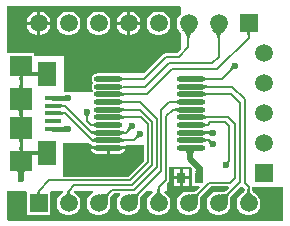
<source format=gtl>
G04*
G04 #@! TF.GenerationSoftware,Altium Limited,Altium Designer,22.4.2 (48)*
G04*
G04 Layer_Physical_Order=1*
G04 Layer_Color=255*
%FSLAX25Y25*%
%MOIN*%
G70*
G04*
G04 #@! TF.SameCoordinates,0592E0CC-BA3F-4339-BE53-95EDDC47ECB4*
G04*
G04*
G04 #@! TF.FilePolarity,Positive*
G04*
G01*
G75*
%ADD10C,0.02362*%
%ADD12C,0.00787*%
%ADD13R,0.03150X0.03740*%
%ADD14O,0.09449X0.01772*%
%ADD15R,0.07480X0.07087*%
%ADD16R,0.05315X0.01575*%
%ADD17R,0.06299X0.08268*%
%ADD18R,0.07480X0.07480*%
%ADD24C,0.01968*%
%ADD25C,0.01575*%
%ADD26C,0.01000*%
%ADD27C,0.01500*%
%ADD28R,0.05906X0.05906*%
%ADD29C,0.05906*%
%ADD30R,0.05906X0.05906*%
%ADD31C,0.02362*%
G36*
X82524Y64453D02*
X82457Y64429D01*
X82398Y64390D01*
X82346Y64335D01*
X82303Y64264D01*
X82268Y64177D01*
X82240Y64075D01*
X82221Y63957D01*
X82209Y63823D01*
X82205Y63673D01*
X81417D01*
X81413Y63823D01*
X81402Y63957D01*
X81382Y64075D01*
X81354Y64177D01*
X81319Y64264D01*
X81276Y64335D01*
X81224Y64390D01*
X81165Y64429D01*
X81098Y64453D01*
X81024Y64461D01*
X82598D01*
X82524Y64453D01*
D02*
G37*
G36*
X73560Y64972D02*
X73025Y64371D01*
X72807Y64091D01*
X72623Y63826D01*
X72472Y63573D01*
X72355Y63335D01*
X72272Y63111D01*
X72221Y62900D01*
X72205Y62704D01*
X71417D01*
X71401Y62900D01*
X71350Y63111D01*
X71267Y63335D01*
X71150Y63573D01*
X70999Y63826D01*
X70815Y64091D01*
X70597Y64371D01*
X70062Y64972D01*
X69744Y65293D01*
X73878D01*
X73560Y64972D01*
D02*
G37*
G36*
X63841Y65258D02*
X63521Y64944D01*
X62981Y64356D01*
X62762Y64081D01*
X62576Y63819D01*
X62424Y63569D01*
X62306Y63332D01*
X62222Y63108D01*
X62171Y62896D01*
X62154Y62697D01*
X61367Y62711D01*
X61350Y62905D01*
X61300Y63115D01*
X61217Y63339D01*
X61101Y63579D01*
X60952Y63833D01*
X60770Y64102D01*
X60554Y64386D01*
X60023Y65000D01*
X59708Y65329D01*
X63841Y65258D01*
D02*
G37*
G36*
X77252Y52165D02*
X77133Y52163D01*
X77018Y52152D01*
X76907Y52133D01*
X76801Y52107D01*
X76699Y52072D01*
X76601Y52029D01*
X76508Y51979D01*
X76419Y51920D01*
X76334Y51854D01*
X76254Y51780D01*
X75697Y52336D01*
X75771Y52417D01*
X75838Y52502D01*
X75896Y52591D01*
X75947Y52684D01*
X75989Y52782D01*
X76024Y52884D01*
X76051Y52990D01*
X76069Y53101D01*
X76080Y53215D01*
X76083Y53335D01*
X77252Y52165D01*
D02*
G37*
G36*
X11626Y49591D02*
X11616Y49686D01*
X11586Y49771D01*
X11536Y49845D01*
X11466Y49911D01*
X11376Y49966D01*
X11266Y50011D01*
X11136Y50046D01*
X10986Y50071D01*
X10816Y50086D01*
X10630Y50090D01*
X10444Y50086D01*
X10274Y50072D01*
X10124Y50048D01*
X9994Y50015D01*
X9884Y49973D01*
X9794Y49920D01*
X9724Y49859D01*
X9674Y49788D01*
X9644Y49708D01*
X9634Y49618D01*
X9622Y51591D01*
X9632Y51496D01*
X9663Y51411D01*
X9714Y51336D01*
X9785Y51271D01*
X9876Y51215D01*
X9987Y51170D01*
X10119Y51136D01*
X10270Y51111D01*
X10442Y51095D01*
X10630Y51091D01*
X10816Y51095D01*
X10986Y51111D01*
X11136Y51136D01*
X11266Y51170D01*
X11376Y51215D01*
X11466Y51271D01*
X11536Y51336D01*
X11586Y51411D01*
X11616Y51496D01*
X11626Y51591D01*
Y49591D01*
D02*
G37*
G36*
X6810Y49620D02*
X6725Y49590D01*
X6650Y49539D01*
X6585Y49468D01*
X6531Y49377D01*
X6486Y49266D01*
X6451Y49134D01*
X6425Y48983D01*
X6410Y48811D01*
X6406Y48618D01*
X5406D01*
X5401Y48811D01*
X5385Y48983D01*
X5361Y49134D01*
X5325Y49266D01*
X5280Y49377D01*
X5226Y49468D01*
X5161Y49539D01*
X5085Y49590D01*
X5001Y49620D01*
X4905Y49630D01*
X6905D01*
X6810Y49620D01*
D02*
G37*
G36*
X66837Y49622D02*
X66872Y49557D01*
X66932Y49499D01*
X67015Y49449D01*
X67122Y49407D01*
X67252Y49372D01*
X67407Y49346D01*
X67585Y49326D01*
X68012Y49311D01*
Y48524D01*
X67787Y48520D01*
X67407Y48489D01*
X67252Y48462D01*
X67122Y48428D01*
X67015Y48386D01*
X66932Y48336D01*
X66872Y48278D01*
X66837Y48213D01*
X66825Y48140D01*
Y49695D01*
X66837Y49622D01*
D02*
G37*
G36*
X39278D02*
X39313Y49557D01*
X39373Y49499D01*
X39456Y49449D01*
X39563Y49407D01*
X39693Y49372D01*
X39848Y49346D01*
X40026Y49326D01*
X40453Y49311D01*
Y48524D01*
X40228Y48520D01*
X39848Y48489D01*
X39693Y48462D01*
X39563Y48428D01*
X39456Y48386D01*
X39373Y48336D01*
X39313Y48278D01*
X39278Y48213D01*
X39266Y48140D01*
Y49695D01*
X39278Y49622D01*
D02*
G37*
G36*
X6410Y46662D02*
X6425Y46490D01*
X6451Y46338D01*
X6486Y46207D01*
X6531Y46095D01*
X6585Y46004D01*
X6650Y45933D01*
X6725Y45883D01*
X6810Y45852D01*
X6905Y45842D01*
X4905D01*
X5001Y45852D01*
X5085Y45883D01*
X5161Y45933D01*
X5226Y46004D01*
X5280Y46095D01*
X5325Y46207D01*
X5361Y46338D01*
X5385Y46490D01*
X5401Y46662D01*
X5406Y46854D01*
X6406D01*
X6410Y46662D01*
D02*
G37*
G36*
X66837Y47063D02*
X66872Y46997D01*
X66932Y46940D01*
X67015Y46890D01*
X67122Y46848D01*
X67252Y46813D01*
X67407Y46786D01*
X67585Y46767D01*
X68012Y46752D01*
Y45965D01*
X67787Y45961D01*
X67407Y45930D01*
X67252Y45903D01*
X67122Y45869D01*
X67015Y45826D01*
X66932Y45777D01*
X66872Y45719D01*
X66837Y45654D01*
X66825Y45581D01*
Y47136D01*
X66837Y47063D01*
D02*
G37*
G36*
X59350Y73032D02*
Y70531D01*
X58648Y69829D01*
X58128Y68927D01*
X57858Y67922D01*
Y66881D01*
X58128Y65876D01*
X58648Y64974D01*
X59350Y64272D01*
Y58691D01*
X58064Y57405D01*
X54232D01*
X53772Y57313D01*
X53381Y57052D01*
X53381Y57052D01*
X47313Y50984D01*
X31201D01*
X30906Y50689D01*
Y50565D01*
X30548Y50494D01*
X29994Y50124D01*
X29625Y49570D01*
X29495Y48917D01*
X29625Y48265D01*
X29994Y47711D01*
Y47565D01*
X29625Y47011D01*
X29495Y46358D01*
X29625Y45705D01*
X29994Y45152D01*
Y45006D01*
X29625Y44452D01*
X29612Y44390D01*
X22283D01*
X22045Y44488D01*
X21262D01*
X21024Y44390D01*
X20472D01*
X20177Y44685D01*
Y56595D01*
X20079Y56693D01*
X10433D01*
Y57480D01*
X1476D01*
Y73327D01*
X59055D01*
X59350Y73032D01*
D02*
G37*
G36*
X20810Y41693D02*
X20789Y41708D01*
X20755Y41721D01*
X20708Y41732D01*
X20650Y41742D01*
X20494Y41757D01*
X20346Y41764D01*
X19181Y41744D01*
Y43295D01*
X19196Y43290D01*
X19241Y43286D01*
X19421Y43279D01*
X20206Y43273D01*
X20708Y43307D01*
X20755Y43319D01*
X20789Y43332D01*
X20810Y43346D01*
X20810Y41693D01*
D02*
G37*
G36*
X66837Y44504D02*
X66872Y44438D01*
X66932Y44381D01*
X67015Y44331D01*
X67122Y44289D01*
X67252Y44254D01*
X67407Y44227D01*
X67585Y44208D01*
X68012Y44193D01*
Y43406D01*
X67787Y43402D01*
X67407Y43371D01*
X67252Y43344D01*
X67122Y43310D01*
X67015Y43267D01*
X66932Y43218D01*
X66872Y43160D01*
X66837Y43095D01*
X66825Y43022D01*
Y44577D01*
X66837Y44504D01*
D02*
G37*
G36*
X39278D02*
X39313Y44438D01*
X39373Y44381D01*
X39456Y44331D01*
X39563Y44289D01*
X39693Y44254D01*
X39848Y44227D01*
X40026Y44208D01*
X40453Y44193D01*
Y43406D01*
X40228Y43402D01*
X39848Y43371D01*
X39693Y43344D01*
X39563Y43310D01*
X39456Y43267D01*
X39373Y43218D01*
X39313Y43160D01*
X39278Y43095D01*
X39266Y43022D01*
Y44577D01*
X39278Y44504D01*
D02*
G37*
G36*
X58372Y40463D02*
X58360Y40536D01*
X58325Y40601D01*
X58265Y40658D01*
X58182Y40708D01*
X58075Y40751D01*
X57945Y40785D01*
X57790Y40812D01*
X57612Y40831D01*
X57185Y40846D01*
Y41634D01*
X57410Y41638D01*
X57790Y41668D01*
X57945Y41695D01*
X58075Y41730D01*
X58182Y41772D01*
X58265Y41822D01*
X58325Y41879D01*
X58360Y41945D01*
X58372Y42018D01*
Y40463D01*
D02*
G37*
G36*
X39278Y41945D02*
X39313Y41879D01*
X39373Y41822D01*
X39456Y41772D01*
X39563Y41730D01*
X39693Y41695D01*
X39848Y41668D01*
X40026Y41649D01*
X40453Y41634D01*
Y40846D01*
X40228Y40843D01*
X39848Y40812D01*
X39693Y40785D01*
X39563Y40751D01*
X39456Y40708D01*
X39373Y40658D01*
X39313Y40601D01*
X39278Y40536D01*
X39266Y40463D01*
Y42018D01*
X39278Y41945D01*
D02*
G37*
G36*
X19189Y40663D02*
X19212Y40599D01*
X19252Y40541D01*
X19307Y40492D01*
X19378Y40450D01*
X19464Y40415D01*
X19567Y40389D01*
X19685Y40370D01*
X19819Y40358D01*
X19968Y40354D01*
Y39567D01*
X19819Y39563D01*
X19685Y39552D01*
X19567Y39533D01*
X19464Y39506D01*
X19378Y39472D01*
X19307Y39430D01*
X19252Y39380D01*
X19212Y39323D01*
X19189Y39258D01*
X19181Y39185D01*
Y40736D01*
X19189Y40663D01*
D02*
G37*
G36*
X58372Y37904D02*
X58360Y37977D01*
X58325Y38042D01*
X58265Y38099D01*
X58182Y38149D01*
X58075Y38192D01*
X57945Y38226D01*
X57790Y38253D01*
X57612Y38272D01*
X57185Y38287D01*
Y39075D01*
X57410Y39079D01*
X57790Y39109D01*
X57945Y39136D01*
X58075Y39171D01*
X58182Y39213D01*
X58265Y39263D01*
X58325Y39320D01*
X58360Y39386D01*
X58372Y39459D01*
Y37904D01*
D02*
G37*
G36*
X39278Y39386D02*
X39313Y39320D01*
X39373Y39263D01*
X39456Y39213D01*
X39563Y39171D01*
X39693Y39136D01*
X39848Y39109D01*
X40026Y39090D01*
X40453Y39075D01*
Y38287D01*
X40228Y38284D01*
X39848Y38253D01*
X39693Y38226D01*
X39563Y38192D01*
X39456Y38149D01*
X39373Y38099D01*
X39313Y38042D01*
X39278Y37977D01*
X39266Y37904D01*
Y39459D01*
X39278Y39386D01*
D02*
G37*
G36*
X19189Y38105D02*
X19212Y38040D01*
X19252Y37982D01*
X19307Y37933D01*
X19378Y37891D01*
X19464Y37856D01*
X19567Y37830D01*
X19685Y37811D01*
X19819Y37799D01*
X19968Y37795D01*
Y37008D01*
X19819Y37004D01*
X19685Y36993D01*
X19567Y36974D01*
X19464Y36947D01*
X19378Y36913D01*
X19307Y36871D01*
X19252Y36821D01*
X19212Y36764D01*
X19189Y36699D01*
X19181Y36626D01*
Y38177D01*
X19189Y38105D01*
D02*
G37*
G36*
X6810Y38400D02*
X6725Y38369D01*
X6650Y38319D01*
X6585Y38248D01*
X6531Y38157D01*
X6486Y38045D01*
X6451Y37914D01*
X6425Y37762D01*
X6410Y37590D01*
X6406Y37402D01*
X6410Y37213D01*
X6425Y37041D01*
X6451Y36889D01*
X6486Y36758D01*
X6531Y36646D01*
X6585Y36555D01*
X6650Y36484D01*
X6725Y36434D01*
X6810Y36403D01*
X6905Y36393D01*
X4905D01*
X5001Y36403D01*
X5085Y36434D01*
X5161Y36484D01*
X5226Y36555D01*
X5280Y36646D01*
X5325Y36758D01*
X5361Y36889D01*
X5385Y37041D01*
X5401Y37213D01*
X5405Y37402D01*
X5401Y37590D01*
X5385Y37762D01*
X5361Y37914D01*
X5325Y38045D01*
X5280Y38157D01*
X5226Y38248D01*
X5161Y38319D01*
X5085Y38369D01*
X5001Y38400D01*
X4905Y38410D01*
X6905D01*
X6810Y38400D01*
D02*
G37*
G36*
X28697Y36964D02*
X28624Y36875D01*
X28559Y36784D01*
X28502Y36690D01*
X28455Y36593D01*
X28416Y36494D01*
X28385Y36392D01*
X28364Y36288D01*
X28351Y36181D01*
X28346Y36072D01*
X27559D01*
X27555Y36181D01*
X27542Y36288D01*
X27520Y36392D01*
X27490Y36494D01*
X27451Y36593D01*
X27403Y36690D01*
X27347Y36784D01*
X27282Y36875D01*
X27208Y36964D01*
X27126Y37050D01*
X28780D01*
X28697Y36964D01*
D02*
G37*
G36*
X66837Y36827D02*
X66872Y36761D01*
X66932Y36704D01*
X67015Y36654D01*
X67122Y36612D01*
X67252Y36577D01*
X67407Y36550D01*
X67585Y36531D01*
X68012Y36516D01*
Y35728D01*
X67787Y35724D01*
X67407Y35694D01*
X67252Y35667D01*
X67122Y35632D01*
X67015Y35590D01*
X66932Y35540D01*
X66872Y35483D01*
X66837Y35418D01*
X66825Y35345D01*
Y36900D01*
X66837Y36827D01*
D02*
G37*
G36*
X39278D02*
X39313Y36761D01*
X39373Y36704D01*
X39456Y36654D01*
X39563Y36612D01*
X39693Y36577D01*
X39848Y36550D01*
X40026Y36531D01*
X40453Y36516D01*
Y35728D01*
X40228Y35724D01*
X39848Y35694D01*
X39693Y35667D01*
X39563Y35632D01*
X39456Y35590D01*
X39373Y35540D01*
X39313Y35483D01*
X39278Y35418D01*
X39266Y35345D01*
Y36900D01*
X39278Y36827D01*
D02*
G37*
G36*
X66837Y34268D02*
X66872Y34202D01*
X66932Y34145D01*
X67015Y34095D01*
X67122Y34053D01*
X67252Y34018D01*
X67407Y33991D01*
X67585Y33972D01*
X68012Y33957D01*
Y33169D01*
X67787Y33165D01*
X67407Y33135D01*
X67252Y33108D01*
X67122Y33073D01*
X67015Y33031D01*
X66932Y32981D01*
X66872Y32924D01*
X66837Y32858D01*
X66825Y32786D01*
Y34340D01*
X66837Y34268D01*
D02*
G37*
G36*
X30813Y32786D02*
X30801Y32858D01*
X30766Y32924D01*
X30706Y32981D01*
X30623Y33031D01*
X30516Y33073D01*
X30386Y33108D01*
X30231Y33135D01*
X30053Y33154D01*
X29625Y33169D01*
Y33957D01*
X29851Y33961D01*
X30231Y33991D01*
X30386Y34018D01*
X30516Y34053D01*
X30623Y34095D01*
X30706Y34145D01*
X30766Y34202D01*
X30801Y34268D01*
X30813Y34340D01*
Y32786D01*
D02*
G37*
G36*
X42902Y31890D02*
X42783Y31887D01*
X42668Y31876D01*
X42557Y31858D01*
X42451Y31831D01*
X42349Y31796D01*
X42251Y31754D01*
X42158Y31703D01*
X42069Y31645D01*
X41984Y31578D01*
X41903Y31504D01*
X41346Y32061D01*
X41421Y32141D01*
X41487Y32226D01*
X41546Y32315D01*
X41596Y32409D01*
X41639Y32506D01*
X41673Y32608D01*
X41700Y32715D01*
X41719Y32825D01*
X41730Y32940D01*
X41732Y33059D01*
X42902Y31890D01*
D02*
G37*
G36*
X20909Y31457D02*
X20894Y31464D01*
X20866Y31471D01*
X20825Y31477D01*
X20703Y31486D01*
X20298Y31496D01*
X20163Y31496D01*
Y33071D01*
X20909Y33110D01*
Y31457D01*
D02*
G37*
G36*
X30805Y30232D02*
X30793Y30304D01*
X30758Y30368D01*
X30699Y30425D01*
X30617Y30474D01*
X30510Y30516D01*
X30381Y30550D01*
X30227Y30576D01*
X30050Y30595D01*
X29625Y30610D01*
Y31398D01*
X29850Y31401D01*
X30227Y31432D01*
X30381Y31458D01*
X30510Y31492D01*
X30617Y31534D01*
X30699Y31583D01*
X30758Y31640D01*
X30793Y31704D01*
X30805Y31776D01*
Y30232D01*
D02*
G37*
G36*
X66837Y31708D02*
X66872Y31643D01*
X66932Y31586D01*
X67015Y31536D01*
X67122Y31494D01*
X67252Y31459D01*
X67407Y31432D01*
X67585Y31413D01*
X68012Y31398D01*
Y30610D01*
X67787Y30606D01*
X67407Y30576D01*
X67252Y30549D01*
X67122Y30514D01*
X67015Y30472D01*
X66932Y30422D01*
X66872Y30365D01*
X66837Y30299D01*
X66825Y30226D01*
Y31781D01*
X66837Y31708D01*
D02*
G37*
G36*
X39278D02*
X39313Y31643D01*
X39373Y31586D01*
X39456Y31536D01*
X39563Y31494D01*
X39693Y31459D01*
X39848Y31432D01*
X40026Y31413D01*
X40453Y31398D01*
Y30610D01*
X40228Y30606D01*
X39848Y30576D01*
X39693Y30549D01*
X39563Y30514D01*
X39456Y30472D01*
X39373Y30422D01*
X39313Y30365D01*
X39278Y30299D01*
X39266Y30226D01*
Y31781D01*
X39278Y31708D01*
D02*
G37*
G36*
X69038Y30177D02*
X68952Y30259D01*
X68863Y30333D01*
X68772Y30398D01*
X68678Y30454D01*
X68581Y30502D01*
X68482Y30541D01*
X68381Y30571D01*
X68276Y30593D01*
X68169Y30606D01*
X68060Y30610D01*
X68060Y31398D01*
X68169Y31402D01*
X68276Y31415D01*
X68380Y31437D01*
X68482Y31467D01*
X68581Y31506D01*
X68678Y31554D01*
X68772Y31610D01*
X68863Y31675D01*
X68952Y31748D01*
X69038Y31831D01*
X69038Y30177D01*
D02*
G37*
G36*
X45658Y29429D02*
X45538Y29426D01*
X45423Y29416D01*
X45313Y29397D01*
X45207Y29370D01*
X45105Y29336D01*
X45007Y29293D01*
X44914Y29243D01*
X44824Y29184D01*
X44740Y29118D01*
X44659Y29043D01*
X44102Y29600D01*
X44177Y29681D01*
X44243Y29765D01*
X44302Y29855D01*
X44352Y29948D01*
X44395Y30046D01*
X44429Y30148D01*
X44456Y30254D01*
X44475Y30364D01*
X44486Y30479D01*
X44488Y30598D01*
X45658Y29429D01*
D02*
G37*
G36*
X6810Y28951D02*
X6725Y28921D01*
X6650Y28870D01*
X6585Y28799D01*
X6531Y28708D01*
X6486Y28597D01*
X6451Y28465D01*
X6425Y28313D01*
X6410Y28141D01*
X6406Y27949D01*
X5406D01*
X5401Y28141D01*
X5385Y28313D01*
X5361Y28465D01*
X5325Y28597D01*
X5280Y28708D01*
X5226Y28799D01*
X5161Y28870D01*
X5085Y28921D01*
X5001Y28951D01*
X4905Y28961D01*
X6905D01*
X6810Y28951D01*
D02*
G37*
G36*
X30759Y27704D02*
X30747Y27770D01*
X30713Y27829D01*
X30656Y27881D01*
X30577Y27926D01*
X30475Y27964D01*
X30351Y27996D01*
X30203Y28020D01*
X30033Y28037D01*
X29625Y28051D01*
Y28839D01*
X29841Y28842D01*
X30203Y28870D01*
X30351Y28894D01*
X30475Y28925D01*
X30577Y28964D01*
X30656Y29009D01*
X30713Y29061D01*
X30747Y29120D01*
X30759Y29186D01*
Y27704D01*
D02*
G37*
G36*
X66837Y29149D02*
X66872Y29084D01*
X66932Y29027D01*
X67015Y28977D01*
X67122Y28934D01*
X67252Y28900D01*
X67407Y28873D01*
X67585Y28854D01*
X68012Y28839D01*
Y28051D01*
X67787Y28047D01*
X67407Y28017D01*
X67252Y27990D01*
X67122Y27955D01*
X67015Y27913D01*
X66932Y27863D01*
X66872Y27806D01*
X66837Y27740D01*
X66825Y27667D01*
Y29222D01*
X66837Y29149D01*
D02*
G37*
G36*
X39278D02*
X39313Y29084D01*
X39373Y29027D01*
X39456Y28977D01*
X39563Y28934D01*
X39693Y28900D01*
X39848Y28873D01*
X40026Y28854D01*
X40453Y28839D01*
Y28051D01*
X40228Y28047D01*
X39848Y28017D01*
X39693Y27990D01*
X39563Y27955D01*
X39456Y27913D01*
X39373Y27863D01*
X39313Y27806D01*
X39278Y27740D01*
X39266Y27667D01*
Y29222D01*
X39278Y29149D01*
D02*
G37*
G36*
X68977Y28618D02*
X69063Y28552D01*
X69152Y28495D01*
X69245Y28447D01*
X69343Y28407D01*
X69444Y28377D01*
X69549Y28355D01*
X69658Y28342D01*
X69771Y28338D01*
X69889Y28343D01*
X68801Y27097D01*
X68791Y27218D01*
X68773Y27333D01*
X68748Y27445D01*
X68717Y27551D01*
X68678Y27654D01*
X68632Y27751D01*
X68580Y27844D01*
X68520Y27933D01*
X68453Y28017D01*
X68379Y28097D01*
X68896Y28694D01*
X68977Y28618D01*
D02*
G37*
G36*
X6410Y25993D02*
X6425Y25820D01*
X6451Y25669D01*
X6486Y25537D01*
X6531Y25426D01*
X6585Y25335D01*
X6650Y25264D01*
X6725Y25213D01*
X6810Y25183D01*
X6905Y25173D01*
X4905D01*
X5001Y25183D01*
X5085Y25213D01*
X5161Y25264D01*
X5226Y25335D01*
X5280Y25426D01*
X5325Y25537D01*
X5361Y25669D01*
X5385Y25820D01*
X5401Y25993D01*
X5406Y26185D01*
X6406D01*
X6410Y25993D01*
D02*
G37*
G36*
X11626Y23213D02*
X11616Y23308D01*
X11586Y23393D01*
X11536Y23468D01*
X11466Y23533D01*
X11376Y23588D01*
X11266Y23633D01*
X11136Y23668D01*
X10986Y23693D01*
X10816Y23708D01*
X10630Y23712D01*
X10442Y23708D01*
X10270Y23693D01*
X10119Y23668D01*
X9987Y23633D01*
X9876Y23588D01*
X9785Y23533D01*
X9714Y23468D01*
X9663Y23393D01*
X9632Y23308D01*
X9622Y23213D01*
X9634Y25185D01*
X9644Y25095D01*
X9674Y25015D01*
X9724Y24944D01*
X9794Y24883D01*
X9884Y24831D01*
X9994Y24788D01*
X10124Y24755D01*
X10274Y24732D01*
X10444Y24717D01*
X10630Y24713D01*
X10816Y24718D01*
X10986Y24733D01*
X11136Y24758D01*
X11266Y24793D01*
X11376Y24838D01*
X11466Y24893D01*
X11536Y24958D01*
X11586Y25033D01*
X11616Y25118D01*
X11626Y25213D01*
Y23213D01*
D02*
G37*
G36*
X64085Y24987D02*
X63917Y24928D01*
X63770Y24829D01*
X63642Y24690D01*
X63534Y24512D01*
X63445Y24294D01*
X63376Y24036D01*
X63327Y23739D01*
X63297Y23403D01*
X63287Y23026D01*
X61319D01*
X61309Y23403D01*
X61279Y23739D01*
X61230Y24036D01*
X61161Y24294D01*
X61073Y24512D01*
X60965Y24690D01*
X60837Y24829D01*
X60689Y24928D01*
X60522Y24987D01*
X60335Y25007D01*
X64272D01*
X64085Y24987D01*
D02*
G37*
G36*
X6438Y22905D02*
X7096Y23551D01*
X7803Y22844D01*
X6693Y21653D01*
X6136Y22210D01*
X5348D01*
X5359Y22237D01*
X5369Y22293D01*
X5378Y22380D01*
X5396Y22823D01*
X5406Y23837D01*
X6406D01*
X6438Y22905D01*
D02*
G37*
G36*
X75564Y21344D02*
X75510Y21289D01*
X75388Y21149D01*
X75361Y21110D01*
X75341Y21075D01*
X75327Y21045D01*
X75320Y21019D01*
X75320Y20996D01*
X75326Y20978D01*
X74554Y21530D01*
X74570Y21531D01*
X74594Y21540D01*
X74623Y21557D01*
X74659Y21583D01*
X74701Y21616D01*
X74865Y21763D01*
X75007Y21901D01*
X75564Y21344D01*
D02*
G37*
G36*
X66539Y19006D02*
X66585Y18331D01*
X66612Y18166D01*
X66646Y18031D01*
X66686Y17926D01*
X66732Y17851D01*
X66784Y17806D01*
X66843Y17791D01*
X63866D01*
X63924Y17806D01*
X63977Y17851D01*
X64023Y17926D01*
X64063Y18031D01*
X64096Y18166D01*
X64124Y18331D01*
X64146Y18526D01*
X64170Y19006D01*
X64173Y19291D01*
X66535D01*
X66539Y19006D01*
D02*
G37*
G36*
X7331Y18118D02*
X7197Y18071D01*
X7079Y17991D01*
X6976Y17880D01*
X6890Y17738D01*
X6819Y17563D01*
X6764Y17357D01*
X6724Y17119D01*
X6709Y16939D01*
X6732Y16493D01*
X5079D01*
X5086Y16508D01*
X5093Y16535D01*
X5099Y16576D01*
X5108Y16699D01*
X5111Y16818D01*
X5110Y16849D01*
X5087Y17119D01*
X5047Y17357D01*
X4992Y17563D01*
X4921Y17738D01*
X4835Y17880D01*
X4732Y17991D01*
X4614Y18071D01*
X4480Y18118D01*
X4331Y18134D01*
X7480D01*
X7331Y18118D01*
D02*
G37*
G36*
X29098Y27332D02*
X29274Y27297D01*
X29518Y26761D01*
X29424Y26622D01*
X29377Y26386D01*
X35039D01*
X40715D01*
X41044Y26870D01*
X47024D01*
Y21562D01*
X41824Y16362D01*
X19882D01*
Y27559D01*
X28759D01*
X29098Y27332D01*
D02*
G37*
G36*
X12209Y10978D02*
X12220Y10842D01*
X12240Y10722D01*
X12268Y10618D01*
X12303Y10530D01*
X12347Y10458D01*
X12398Y10402D01*
X12457Y10362D01*
X12524Y10338D01*
X12598Y10330D01*
X11024D01*
X11098Y10338D01*
X11165Y10362D01*
X11224Y10402D01*
X11276Y10458D01*
X11319Y10530D01*
X11354Y10618D01*
X11382Y10722D01*
X11402Y10842D01*
X11413Y10978D01*
X11417Y11130D01*
X12205D01*
X12209Y10978D01*
D02*
G37*
G36*
X22216Y11466D02*
X22251Y11266D01*
X22308Y11074D01*
X22388Y10888D01*
X22491Y10709D01*
X22617Y10537D01*
X22766Y10373D01*
X22938Y10215D01*
X23132Y10065D01*
X23350Y9922D01*
X20272D01*
X20490Y10065D01*
X20685Y10215D01*
X20856Y10373D01*
X21005Y10537D01*
X21131Y10709D01*
X21234Y10888D01*
X21314Y11074D01*
X21372Y11266D01*
X21406Y11466D01*
X21417Y11673D01*
X22205D01*
X22216Y11466D01*
D02*
G37*
G36*
X82222Y11903D02*
X82272Y11692D01*
X82355Y11468D01*
X82472Y11230D01*
X82623Y10978D01*
X82807Y10712D01*
X83025Y10432D01*
X83560Y9831D01*
X83878Y9510D01*
X79744D01*
X80062Y9831D01*
X80597Y10432D01*
X80815Y10712D01*
X80999Y10978D01*
X81150Y11230D01*
X81267Y11468D01*
X81350Y11692D01*
X81401Y11903D01*
X81417Y12100D01*
X82205D01*
X82222Y11903D01*
D02*
G37*
G36*
X52222D02*
X52272Y11692D01*
X52355Y11468D01*
X52472Y11230D01*
X52623Y10978D01*
X52807Y10712D01*
X53025Y10432D01*
X53560Y9831D01*
X53878Y9510D01*
X49744D01*
X50062Y9831D01*
X50597Y10432D01*
X50815Y10712D01*
X50999Y10978D01*
X51150Y11230D01*
X51267Y11468D01*
X51350Y11692D01*
X51401Y11903D01*
X51417Y12100D01*
X52205D01*
X52222Y11903D01*
D02*
G37*
G36*
X75411Y10445D02*
X75284Y10294D01*
X75171Y10110D01*
X75071Y9892D01*
X74986Y9641D01*
X74914Y9356D01*
X74856Y9038D01*
X74812Y8686D01*
X74766Y7883D01*
X74764Y7431D01*
X71841Y10354D01*
X72292Y10356D01*
X73096Y10403D01*
X73447Y10447D01*
X73765Y10504D01*
X74050Y10576D01*
X74301Y10662D01*
X74519Y10761D01*
X74704Y10875D01*
X74855Y11002D01*
X75411Y10445D01*
D02*
G37*
G36*
X65411D02*
X65284Y10294D01*
X65171Y10110D01*
X65071Y9892D01*
X64986Y9641D01*
X64914Y9356D01*
X64856Y9038D01*
X64812Y8686D01*
X64766Y7883D01*
X64764Y7431D01*
X61840Y10354D01*
X62292Y10356D01*
X63096Y10403D01*
X63447Y10447D01*
X63766Y10504D01*
X64050Y10576D01*
X64302Y10662D01*
X64519Y10761D01*
X64704Y10875D01*
X64855Y11002D01*
X65411Y10445D01*
D02*
G37*
G36*
X45411D02*
X45284Y10294D01*
X45171Y10110D01*
X45071Y9892D01*
X44986Y9641D01*
X44914Y9356D01*
X44856Y9038D01*
X44812Y8686D01*
X44766Y7883D01*
X44764Y7431D01*
X41841Y10354D01*
X42292Y10356D01*
X43096Y10403D01*
X43447Y10447D01*
X43766Y10504D01*
X44050Y10576D01*
X44302Y10662D01*
X44519Y10761D01*
X44704Y10875D01*
X44855Y11002D01*
X45411Y10445D01*
D02*
G37*
G36*
X35411D02*
X35284Y10294D01*
X35171Y10110D01*
X35071Y9892D01*
X34986Y9641D01*
X34914Y9356D01*
X34856Y9038D01*
X34812Y8686D01*
X34766Y7883D01*
X34764Y7431D01*
X31841Y10354D01*
X32292Y10356D01*
X33096Y10403D01*
X33447Y10447D01*
X33766Y10504D01*
X34050Y10576D01*
X34301Y10662D01*
X34519Y10761D01*
X34704Y10875D01*
X34855Y11002D01*
X35411Y10445D01*
D02*
G37*
G36*
X62990Y19101D02*
X62992Y18602D01*
X62992D01*
Y13287D01*
X65341D01*
X65532Y12825D01*
X64241Y11535D01*
X64232Y11527D01*
X64141Y11471D01*
X64004Y11409D01*
X63822Y11347D01*
X63595Y11289D01*
X63326Y11240D01*
X63023Y11203D01*
X62920Y11197D01*
X62331Y11354D01*
X61291D01*
X60285Y11085D01*
X59384Y10565D01*
X58648Y9829D01*
X58128Y8927D01*
X58071Y8715D01*
D01*
X58016Y8510D01*
X57858Y7922D01*
Y6881D01*
X58128Y5876D01*
X58648Y4975D01*
X59384Y4239D01*
X60285Y3718D01*
X61291Y3449D01*
X62331D01*
X63337Y3718D01*
X64238Y4239D01*
X64974Y4975D01*
X65494Y5876D01*
X65764Y6881D01*
Y7922D01*
X65606Y8510D01*
X65612Y8613D01*
X65650Y8916D01*
X65699Y9186D01*
X65756Y9413D01*
X65818Y9595D01*
X65880Y9731D01*
X65937Y9823D01*
X65944Y9832D01*
X69180Y13067D01*
X75067D01*
X75274Y12567D01*
X74242Y11535D01*
X74232Y11527D01*
X74141Y11471D01*
X74004Y11409D01*
X73822Y11347D01*
X73595Y11289D01*
X73326Y11240D01*
X73023Y11203D01*
X72920Y11197D01*
X72331Y11354D01*
X71291D01*
X70285Y11085D01*
X69384Y10565D01*
X68648Y9829D01*
X68128Y8927D01*
X67858Y7922D01*
Y6881D01*
X68128Y5876D01*
X68648Y4975D01*
X69384Y4239D01*
X70285Y3718D01*
X71291Y3449D01*
X72331D01*
X73337Y3718D01*
X74238Y4239D01*
X74974Y4975D01*
X75494Y5876D01*
X75764Y6881D01*
Y7922D01*
X75606Y8510D01*
X75612Y8613D01*
X75650Y8916D01*
X75699Y9186D01*
X75756Y9413D01*
X75818Y9595D01*
X75880Y9731D01*
X75937Y9823D01*
X75945Y9832D01*
X76987Y10875D01*
X79113Y13000D01*
D01*
X79131Y12992D01*
X79891D01*
X80607Y12277D01*
Y12043D01*
X80606Y12031D01*
X80581Y11926D01*
X80528Y11786D01*
X80444Y11613D01*
X80324Y11413D01*
X80168Y11187D01*
X79980Y10946D01*
X79912Y10869D01*
X79384Y10565D01*
X78648Y9829D01*
X78128Y8927D01*
X77858Y7922D01*
Y6881D01*
X78128Y5876D01*
X78648Y4975D01*
X79384Y4239D01*
X80285Y3718D01*
X81291Y3449D01*
X82331D01*
X83337Y3718D01*
X84238Y4239D01*
X84974Y4975D01*
X85494Y5876D01*
X85764Y6881D01*
Y7922D01*
X85494Y8927D01*
X85069Y9664D01*
X84974Y9829D01*
X84238Y10565D01*
X83711Y10869D01*
X83642Y10946D01*
X83454Y11187D01*
X83298Y11412D01*
X83178Y11613D01*
X83094Y11786D01*
X83041Y11926D01*
X83016Y12031D01*
X83015Y12043D01*
Y12776D01*
X83193Y12992D01*
X93284D01*
Y1847D01*
X93110Y1673D01*
X56496D01*
X1657Y1673D01*
X1280Y2051D01*
Y11417D01*
X7384D01*
X7858Y11354D01*
Y3449D01*
X15764D01*
Y11354D01*
X16238Y11417D01*
X19861D01*
X19995Y10917D01*
X19384Y10565D01*
X18648Y9829D01*
X18128Y8927D01*
X17858Y7922D01*
Y6881D01*
X18128Y5876D01*
X18648Y4975D01*
X19384Y4239D01*
X20285Y3718D01*
X21291Y3449D01*
X22331D01*
X23337Y3718D01*
X24238Y4239D01*
X24974Y4975D01*
X25494Y5876D01*
X25764Y6881D01*
Y7922D01*
X25494Y8927D01*
X24974Y9829D01*
X24238Y10565D01*
X23627Y10917D01*
X23761Y11417D01*
X29861D01*
X29995Y10917D01*
X29384Y10565D01*
X28648Y9829D01*
X28128Y8927D01*
X27858Y7922D01*
Y6881D01*
X28128Y5876D01*
X28648Y4975D01*
X29384Y4239D01*
X30285Y3718D01*
X31291Y3449D01*
X32331D01*
X33337Y3718D01*
X34238Y4239D01*
X34974Y4975D01*
X35494Y5876D01*
X35764Y6881D01*
Y7922D01*
X35606Y8510D01*
X35612Y8613D01*
X35650Y8916D01*
X35699Y9186D01*
X35756Y9413D01*
X35818Y9595D01*
X35880Y9731D01*
X35937Y9823D01*
X35945Y9832D01*
X36916Y10804D01*
X38916D01*
X39123Y10304D01*
X38648Y9829D01*
X38128Y8927D01*
X37858Y7922D01*
Y6881D01*
X38128Y5876D01*
X38648Y4975D01*
X39384Y4239D01*
X40285Y3718D01*
X41291Y3449D01*
X42331D01*
X43337Y3718D01*
X44238Y4239D01*
X44974Y4975D01*
X45494Y5876D01*
X45764Y6881D01*
Y7922D01*
X45606Y8510D01*
X45612Y8613D01*
X45650Y8916D01*
X45699Y9186D01*
X45756Y9413D01*
X45818Y9595D01*
X45880Y9731D01*
X45937Y9823D01*
X45944Y9832D01*
X47530Y11417D01*
X49713D01*
X49943Y11012D01*
X49954Y10917D01*
X49911Y10869D01*
X49384Y10565D01*
X48648Y9829D01*
X48128Y8927D01*
X47858Y7922D01*
Y6881D01*
X48128Y5876D01*
X48648Y4975D01*
X49384Y4239D01*
X50285Y3718D01*
X51291Y3449D01*
X52331D01*
X53337Y3718D01*
X54238Y4239D01*
X54528Y4528D01*
X54974Y4975D01*
X55494Y5876D01*
X55764Y6881D01*
Y7922D01*
X55494Y8927D01*
X54974Y9829D01*
X54528Y10275D01*
X54238Y10565D01*
X53711Y10869D01*
X53668Y10917D01*
X53679Y11012D01*
X53909Y11417D01*
X54528D01*
Y13907D01*
X55084Y14463D01*
X55345Y14854D01*
X55436Y15315D01*
X55436Y15315D01*
Y19685D01*
X62406D01*
X62990Y19101D01*
D02*
G37*
%LPC*%
G36*
X42331Y71354D02*
X42311D01*
Y67902D01*
X45764D01*
Y67922D01*
X45494Y68927D01*
X44974Y69829D01*
X44238Y70565D01*
X43337Y71085D01*
X42331Y71354D01*
D02*
G37*
G36*
X12331D02*
X12311D01*
Y67902D01*
X15764D01*
Y67922D01*
X15494Y68927D01*
X14974Y69829D01*
X14238Y70565D01*
X13337Y71085D01*
X12331Y71354D01*
D02*
G37*
G36*
X41311D02*
X41291D01*
X40285Y71085D01*
X39384Y70565D01*
X38648Y69829D01*
X38128Y68927D01*
X37858Y67922D01*
Y67902D01*
X41311D01*
Y71354D01*
D02*
G37*
G36*
X11311D02*
X11291D01*
X10285Y71085D01*
X9384Y70565D01*
X8648Y69829D01*
X8128Y68927D01*
X7858Y67922D01*
Y67902D01*
X11311D01*
Y71354D01*
D02*
G37*
G36*
X52331D02*
X51291D01*
X50285Y71085D01*
X49384Y70565D01*
X48648Y69829D01*
X48128Y68927D01*
X47858Y67922D01*
Y66881D01*
X48128Y65876D01*
X48648Y64974D01*
X49384Y64239D01*
X50285Y63718D01*
X51291Y63449D01*
X52331D01*
X53337Y63718D01*
X54238Y64239D01*
X54974Y64974D01*
X55494Y65876D01*
X55764Y66881D01*
Y67922D01*
X55494Y68927D01*
X54974Y69829D01*
X54238Y70565D01*
X53337Y71085D01*
X52331Y71354D01*
D02*
G37*
G36*
X45764Y66902D02*
X42311D01*
Y63449D01*
X42331D01*
X43337Y63718D01*
X44238Y64239D01*
X44974Y64974D01*
X45494Y65876D01*
X45764Y66881D01*
Y66902D01*
D02*
G37*
G36*
X41311D02*
X37858D01*
Y66881D01*
X38128Y65876D01*
X38648Y64974D01*
X39384Y64239D01*
X40285Y63718D01*
X41291Y63449D01*
X41311D01*
Y66902D01*
D02*
G37*
G36*
X32331Y71354D02*
X31291D01*
X30285Y71085D01*
X29384Y70565D01*
X28648Y69829D01*
X28128Y68927D01*
X27858Y67922D01*
Y66881D01*
X28128Y65876D01*
X28648Y64974D01*
X29384Y64239D01*
X30285Y63718D01*
X31291Y63449D01*
X32331D01*
X33337Y63718D01*
X34238Y64239D01*
X34974Y64974D01*
X35494Y65876D01*
X35764Y66881D01*
Y67922D01*
X35494Y68927D01*
X34974Y69829D01*
X34238Y70565D01*
X33337Y71085D01*
X32331Y71354D01*
D02*
G37*
G36*
X22331D02*
X21291D01*
X20285Y71085D01*
X19384Y70565D01*
X18648Y69829D01*
X18128Y68927D01*
X17858Y67922D01*
Y66881D01*
X18128Y65876D01*
X18648Y64974D01*
X19384Y64239D01*
X20285Y63718D01*
X21291Y63449D01*
X22331D01*
X23337Y63718D01*
X24238Y64239D01*
X24974Y64974D01*
X25494Y65876D01*
X25764Y66881D01*
Y67922D01*
X25494Y68927D01*
X24974Y69829D01*
X24238Y70565D01*
X23337Y71085D01*
X22331Y71354D01*
D02*
G37*
G36*
X15764Y66902D02*
X12311D01*
Y63449D01*
X12331D01*
X13337Y63718D01*
X14238Y64239D01*
X14974Y64974D01*
X15494Y65876D01*
X15764Y66881D01*
Y66902D01*
D02*
G37*
G36*
X11311D02*
X7858D01*
Y66881D01*
X8128Y65876D01*
X8648Y64974D01*
X9384Y64239D01*
X10285Y63718D01*
X11291Y63449D01*
X11311D01*
Y66902D01*
D02*
G37*
G36*
X40701Y25386D02*
X35539D01*
Y23963D01*
X38878D01*
X39614Y24109D01*
X40238Y24526D01*
X40654Y25150D01*
X40701Y25386D01*
D02*
G37*
G36*
X34539D02*
X29377D01*
X29424Y25150D01*
X29841Y24526D01*
X30465Y24109D01*
X31201Y23963D01*
X34539D01*
Y25386D01*
D02*
G37*
G36*
X62024Y18815D02*
X59949D01*
Y16445D01*
X62024D01*
Y18815D01*
D02*
G37*
G36*
X58949D02*
X56874D01*
Y16445D01*
X58949D01*
Y18815D01*
D02*
G37*
G36*
X62024Y15445D02*
X59949D01*
Y13075D01*
X62024D01*
Y15445D01*
D02*
G37*
G36*
X58949D02*
X56874D01*
Y13075D01*
X58949D01*
Y15445D01*
D02*
G37*
%LPD*%
D10*
X65354Y15945D02*
Y19291D01*
D12*
X46949Y48917D02*
X54232Y56201D01*
X58563D01*
X61760Y59398D01*
X69685Y54134D02*
X71811Y56260D01*
X55216Y54134D02*
X69685D01*
X47343Y46260D02*
X55216Y54134D01*
X56398Y52067D02*
X71358D01*
X48130Y43799D02*
X56398Y52067D01*
X38976Y43799D02*
X48130D01*
X71358Y52067D02*
X81811Y62520D01*
X72835Y48917D02*
X77264Y53347D01*
X62598Y48917D02*
X72835D01*
X74311Y20374D02*
Y20649D01*
X75285Y21623D02*
Y27467D01*
X74311Y20649D02*
X75285Y21623D01*
Y27467D02*
X75295Y27477D01*
Y33169D01*
X74016Y34449D02*
X75295Y33169D01*
X69095Y34449D02*
X74016D01*
X68209Y33563D02*
X69095Y34449D01*
X62598Y33563D02*
X68209D01*
X68588Y28445D02*
X69867Y27165D01*
X62598Y28445D02*
X68588D01*
X69867Y27165D02*
X69980D01*
X40846Y31004D02*
X42913Y33071D01*
X29528Y31004D02*
X40846D01*
X27953Y34843D02*
Y37894D01*
Y34843D02*
X29232Y33563D01*
X35039D01*
X81811Y7402D02*
Y12776D01*
X80512Y14075D02*
Y42224D01*
Y14075D02*
X81811Y12776D01*
X76378Y46358D02*
X80512Y42224D01*
X78937Y14528D02*
Y40748D01*
X75886Y43799D02*
X78937Y40748D01*
X71811Y7402D02*
X78937Y14528D01*
X74902Y36122D02*
X77264Y33760D01*
X75768Y14272D02*
X77264Y15768D01*
Y33760D01*
X51811Y12894D02*
X54232Y15315D01*
Y36417D01*
X56496Y38681D01*
X62598D01*
X41811Y7402D02*
X52756Y18347D01*
Y38681D02*
X55315Y41240D01*
X52756Y18347D02*
Y38681D01*
X51279Y19587D02*
Y35531D01*
X43701Y12008D02*
X51279Y19587D01*
X36417Y12008D02*
X43701D01*
X55315Y41240D02*
X62598D01*
X45571D02*
X51279Y35531D01*
X38976Y41240D02*
X45571D01*
X42815Y13386D02*
X49803Y20374D01*
X45768Y38681D02*
X49803Y34646D01*
Y20374D02*
Y34646D01*
X38976Y38681D02*
X45768D01*
X45965Y36122D02*
X48228Y33858D01*
Y21063D02*
Y33858D01*
X42323Y15157D02*
X48228Y21063D01*
X43504Y28445D02*
X45669Y30610D01*
X38976Y36122D02*
X45965D01*
X35039Y28445D02*
X43504D01*
X62598Y36122D02*
X74902D01*
X66535Y46358D02*
X76378D01*
X62598Y31004D02*
X69882D01*
X39961Y46260D02*
X47343D01*
X61760Y59398D02*
Y67351D01*
X38976Y48917D02*
X46949D01*
X61760Y67351D02*
X61811Y67402D01*
X29559Y28445D02*
X35039D01*
X66535Y43799D02*
X75886D01*
X68681Y14272D02*
X75768D01*
X61811Y7402D02*
X68681Y14272D01*
X81811Y62520D02*
Y67402D01*
X71811Y56260D02*
Y67402D01*
X23524Y13386D02*
X42815D01*
X51811Y7402D02*
Y12894D01*
X31811Y7402D02*
X36417Y12008D01*
X21811Y11673D02*
X23524Y13386D01*
X21811Y7402D02*
Y11673D01*
X11811Y11614D02*
X15354Y15157D01*
X11811Y7402D02*
Y11614D01*
X20571Y39961D02*
X29528Y31004D01*
X20602Y37402D02*
X29559Y28445D01*
X16535Y39961D02*
X20571D01*
X15354Y15157D02*
X42323D01*
X16535Y37402D02*
X20602D01*
D13*
X65354Y15945D02*
D03*
X59449D02*
D03*
D14*
X35039Y48917D02*
D03*
Y46358D02*
D03*
Y43799D02*
D03*
Y41240D02*
D03*
Y38681D02*
D03*
Y36122D02*
D03*
Y33563D02*
D03*
Y31004D02*
D03*
Y28445D02*
D03*
Y25886D02*
D03*
X62598Y48917D02*
D03*
Y46358D02*
D03*
Y43799D02*
D03*
Y41240D02*
D03*
Y38681D02*
D03*
Y36122D02*
D03*
Y33563D02*
D03*
Y31004D02*
D03*
Y28445D02*
D03*
Y25886D02*
D03*
D15*
X5906Y21654D02*
D03*
Y53150D02*
D03*
D16*
X16535Y39961D02*
D03*
Y32283D02*
D03*
Y34843D02*
D03*
Y37402D02*
D03*
Y42520D02*
D03*
D17*
X14764Y24213D02*
D03*
Y50591D02*
D03*
D18*
X5906Y42126D02*
D03*
Y32677D02*
D03*
D24*
X62303Y22343D02*
X65354Y19291D01*
X62303Y22343D02*
Y25795D01*
D25*
X62394Y25886D01*
X62598D01*
X5906Y15650D02*
Y21654D01*
X16535Y32283D02*
X21752D01*
D26*
X14764Y23228D02*
Y24213D01*
X8465D02*
X14764D01*
X5906Y21654D02*
X8465Y24213D01*
X5906Y53150D02*
X8465Y50591D01*
X14764D01*
X5906Y42126D02*
Y53150D01*
Y32677D02*
Y42126D01*
Y21654D02*
Y32677D01*
D27*
X21654Y42520D02*
X21654Y42520D01*
X16535Y42520D02*
X21654D01*
D28*
X87087Y17559D02*
D03*
D29*
Y27559D02*
D03*
Y37559D02*
D03*
Y47559D02*
D03*
Y57559D02*
D03*
X21811Y7402D02*
D03*
X31811D02*
D03*
X41811D02*
D03*
X51811D02*
D03*
X61811D02*
D03*
X71811D02*
D03*
X81811D02*
D03*
X71811Y67402D02*
D03*
X61811D02*
D03*
X51811D02*
D03*
X41811D02*
D03*
X31811D02*
D03*
X21811D02*
D03*
X11811D02*
D03*
D30*
Y7402D02*
D03*
X81811Y67402D02*
D03*
D31*
X57087Y59744D02*
D03*
X77264Y53347D02*
D03*
X85446Y11740D02*
D03*
X3457Y2980D02*
D03*
X4934Y9476D02*
D03*
X90564Y11543D02*
D03*
X91154Y3472D02*
D03*
X56849Y11272D02*
D03*
X42520Y22835D02*
D03*
X65354Y19291D02*
D03*
X69980Y27165D02*
D03*
X69882Y31004D02*
D03*
X5906Y15650D02*
D03*
X45768Y25197D02*
D03*
X27953Y37894D02*
D03*
X45669Y30610D02*
D03*
X42913Y33071D02*
D03*
X29232Y60630D02*
D03*
X17323Y63878D02*
D03*
X4035Y70866D02*
D03*
X3937Y61713D02*
D03*
X44094Y55709D02*
D03*
X25492Y49803D02*
D03*
X22343Y25197D02*
D03*
X36909Y3543D02*
D03*
X76181D02*
D03*
X66831D02*
D03*
X56988D02*
D03*
X21752Y32283D02*
D03*
X74311Y20374D02*
D03*
X34055Y18602D02*
D03*
X21654Y42520D02*
D03*
M02*

</source>
